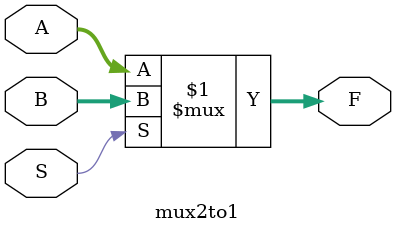
<source format=v>
module mux2to1(F, S, A, B);
	parameter n = 8;
	input S;
	input [n-1:0]A, B;
	output [n-1:0]F;
	
	assign F = S ? B:A;
endmodule
	
</source>
